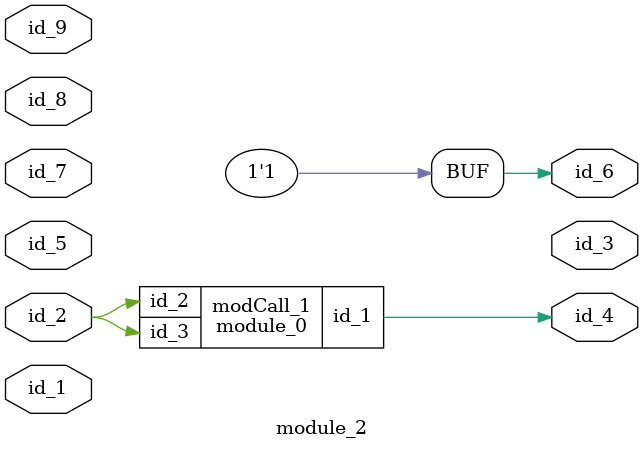
<source format=v>
module module_0 (
    id_1,
    id_2,
    id_3
);
  input wire id_3;
  input wire id_2;
  output wire id_1;
endmodule
module module_1 (
    id_1,
    id_2,
    id_3,
    id_4,
    id_5,
    id_6,
    id_7
);
  inout wire id_7;
  inout wire id_6;
  output wire id_5;
  inout wire id_4;
  input wire id_3;
  output wire id_2;
  output wire id_1;
  assign id_1 = id_6;
  module_0 modCall_1 (
      id_4,
      id_6,
      id_7
  );
  assign modCall_1.id_3 = 0;
endmodule
module module_2 (
    id_1,
    id_2,
    id_3,
    id_4,
    id_5,
    id_6,
    id_7,
    id_8,
    id_9
);
  input wire id_9;
  input wire id_8;
  inout wire id_7;
  output wire id_6;
  input wire id_5;
  output wire id_4;
  output wire id_3;
  inout wire id_2;
  inout wire id_1;
  assign id_6 = 1;
  module_0 modCall_1 (
      id_4,
      id_2,
      id_2
  );
endmodule

</source>
